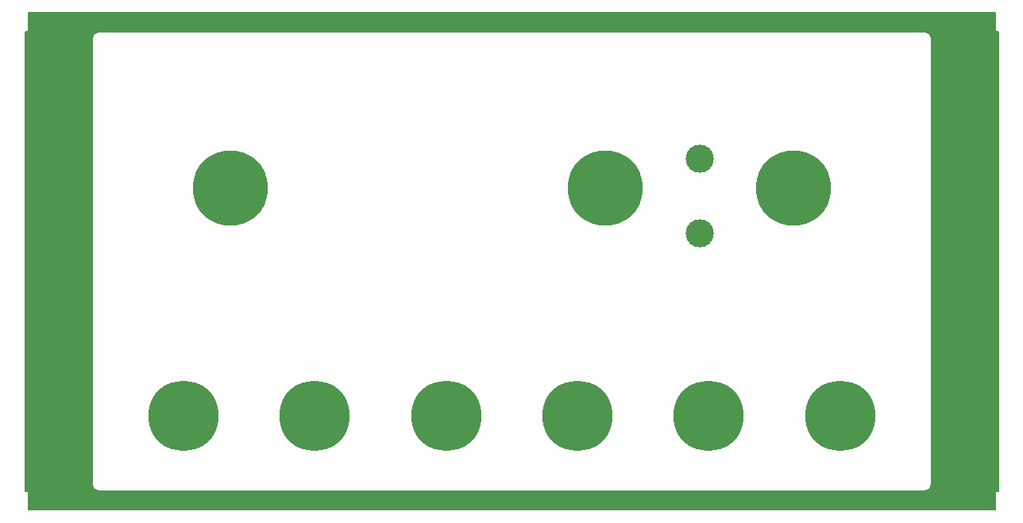
<source format=gbs>
%TF.GenerationSoftware,KiCad,Pcbnew,(6.0.11)*%
%TF.CreationDate,2023-08-12T14:35:41-04:00*%
%TF.ProjectId,FP_Rev_21,46505f52-6576-45f3-9231-2e6b69636164,rev?*%
%TF.SameCoordinates,Original*%
%TF.FileFunction,Soldermask,Bot*%
%TF.FilePolarity,Negative*%
%FSLAX46Y46*%
G04 Gerber Fmt 4.6, Leading zero omitted, Abs format (unit mm)*
G04 Created by KiCad (PCBNEW (6.0.11)) date 2023-08-12 14:35:41*
%MOMM*%
%LPD*%
G01*
G04 APERTURE LIST*
%ADD10C,0.150000*%
%ADD11C,3.000000*%
%ADD12C,7.500000*%
%ADD13C,5.000000*%
%ADD14C,8.000000*%
G04 APERTURE END LIST*
D10*
X105250000Y-83800000D02*
G75*
G03*
X105950000Y-84500000I699999J-1D01*
G01*
X105300000Y-84450000D02*
X105450000Y-84450000D01*
X105450000Y-84450000D02*
X105450000Y-84300000D01*
X105450000Y-84300000D02*
X105300000Y-84300000D01*
X105300000Y-84300000D02*
X105300000Y-84450000D01*
X194050000Y-84500000D02*
G75*
G03*
X194750000Y-83800000I1J699999D01*
G01*
X194700000Y-84450000D02*
X194550000Y-84450000D01*
X194550000Y-84450000D02*
X194550000Y-84300000D01*
X194550000Y-84300000D02*
X194700000Y-84300000D01*
X194700000Y-84300000D02*
X194700000Y-84450000D01*
X194750000Y-36200000D02*
G75*
G03*
X194050000Y-35500000I-699999J1D01*
G01*
X194700000Y-35550000D02*
X194550000Y-35550000D01*
X194550000Y-35550000D02*
X194550000Y-35700000D01*
X194550000Y-35700000D02*
X194700000Y-35700000D01*
X194700000Y-35700000D02*
X194700000Y-35550000D01*
X105300000Y-35550000D02*
X105450000Y-35550000D01*
X105450000Y-35550000D02*
X105450000Y-35700000D01*
X105450000Y-35700000D02*
X105300000Y-35700000D01*
X105300000Y-35700000D02*
X105300000Y-35550000D01*
X105950000Y-35500000D02*
G75*
G03*
X105250000Y-36200000I0J-700000D01*
G01*
X201880000Y-35500000D02*
X194750000Y-35500000D01*
X194750000Y-35500000D02*
X194750000Y-84500000D01*
X194750000Y-84500000D02*
X201880000Y-84500000D01*
X201880000Y-84500000D02*
X201880000Y-35500000D01*
G36*
X201880000Y-35500000D02*
G01*
X194750000Y-35500000D01*
X194750000Y-84500000D01*
X201880000Y-84500000D01*
X201880000Y-35500000D01*
G37*
X98500000Y-84500000D02*
X201500000Y-84500000D01*
X201500000Y-84500000D02*
X201500000Y-86500000D01*
X201500000Y-86500000D02*
X98500000Y-86500000D01*
X98500000Y-86500000D02*
X98500000Y-84500000D01*
G36*
X98500000Y-84500000D02*
G01*
X201500000Y-84500000D01*
X201500000Y-86500000D01*
X98500000Y-86500000D01*
X98500000Y-84500000D01*
G37*
X98500000Y-33500000D02*
X201500000Y-33500000D01*
X201500000Y-33500000D02*
X201500000Y-35500000D01*
X201500000Y-35500000D02*
X98500000Y-35500000D01*
X98500000Y-35500000D02*
X98500000Y-33500000D01*
G36*
X98500000Y-33500000D02*
G01*
X201500000Y-33500000D01*
X201500000Y-35500000D01*
X98500000Y-35500000D01*
X98500000Y-33500000D01*
G37*
X98120000Y-84500000D02*
X105250000Y-84500000D01*
X105250000Y-84500000D02*
X105250000Y-35500000D01*
X105250000Y-35500000D02*
X98120000Y-35500000D01*
X98120000Y-35500000D02*
X98120000Y-84500000D01*
G36*
X98120000Y-84500000D02*
G01*
X105250000Y-84500000D01*
X105250000Y-35500000D01*
X98120000Y-35500000D01*
X98120000Y-84500000D01*
G37*
D11*
%TO.C,H9*%
X170000000Y-56970000D03*
%TD*%
D12*
%TO.C,H14*%
X171000000Y-76500000D03*
%TD*%
D13*
%TO.C,H2*%
X101990000Y-82570000D03*
%TD*%
D14*
%TO.C,H7*%
X160000000Y-52200000D03*
%TD*%
D12*
%TO.C,H12*%
X143000000Y-76500000D03*
%TD*%
D11*
%TO.C,H8*%
X170000000Y-49030000D03*
%TD*%
D14*
%TO.C,H5*%
X120000000Y-52200000D03*
%TD*%
%TO.C,H6*%
X180000000Y-52200000D03*
%TD*%
D13*
%TO.C,H4*%
X198010000Y-37430000D03*
%TD*%
D12*
%TO.C,H15*%
X185000000Y-76500000D03*
%TD*%
%TO.C,H11*%
X129000000Y-76500000D03*
%TD*%
%TO.C,H13*%
X157000000Y-76500000D03*
%TD*%
%TO.C,H10*%
X115000000Y-76500000D03*
%TD*%
D13*
%TO.C,H3*%
X198010000Y-82570000D03*
%TD*%
%TO.C,H1*%
X101990000Y-37430000D03*
%TD*%
M02*

</source>
